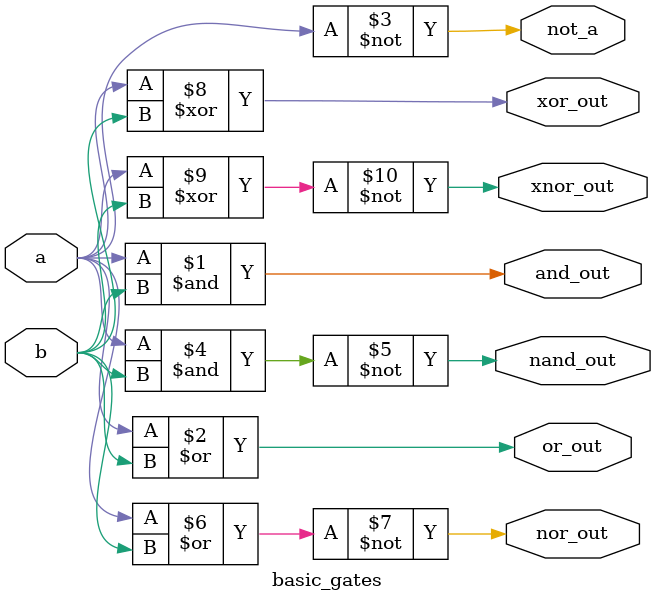
<source format=v>
module basic_gates(
    input  wire a,
    input  wire b,
    output wire and_out,
    output wire or_out,
    output wire not_a,
    output wire nand_out,
    output wire nor_out,
    output wire xor_out,
    output wire xnor_out
);
assign and_out  = a & b;
assign or_out   = a | b;
assign not_a    = ~a;
assign nand_out = ~(a & b);
assign nor_out  = ~(a | b);
assign xor_out  = a ^ b;
assign xnor_out = ~(a ^ b);
endmodule


</source>
